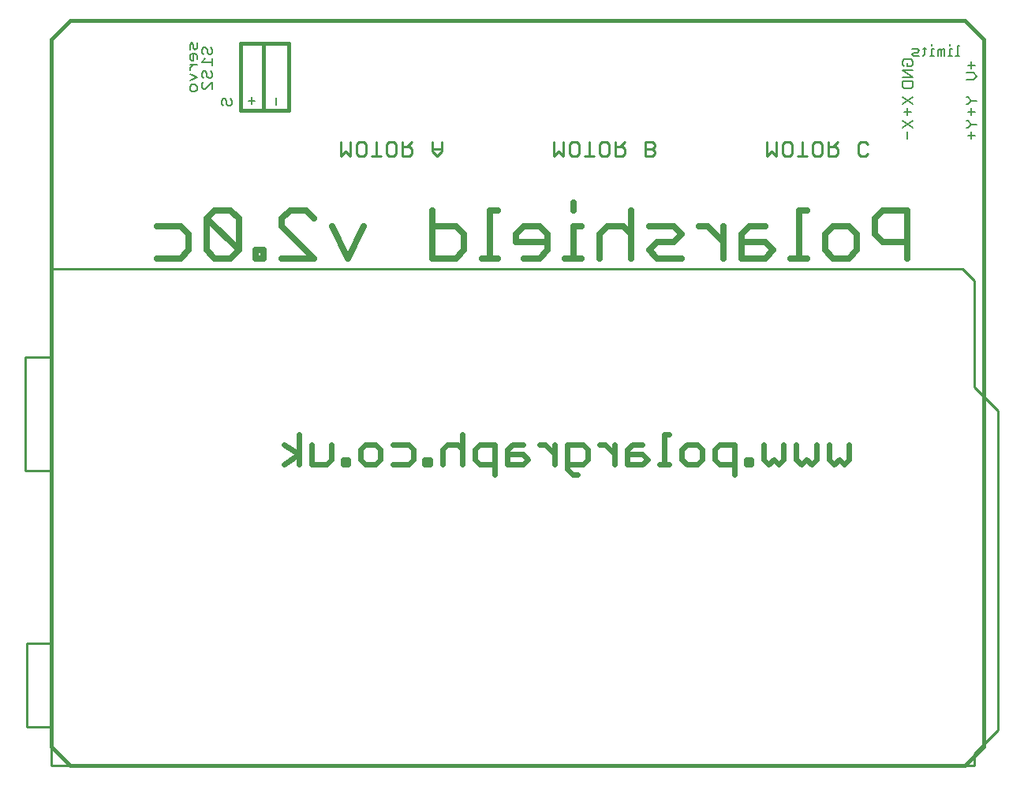
<source format=gbo>
G75*
%MOIN*%
%OFA0B0*%
%FSLAX24Y24*%
%IPPOS*%
%LPD*%
%AMOC8*
5,1,8,0,0,1.08239X$1,22.5*
%
%ADD10C,0.0160*%
%ADD11C,0.0280*%
%ADD12C,0.0230*%
%ADD13C,0.0060*%
%ADD14C,0.0100*%
D10*
X002180Y002467D02*
X002967Y001680D01*
X040763Y001680D01*
X041550Y002467D01*
X041550Y032389D01*
X040763Y033176D01*
X002967Y033176D01*
X002180Y032389D01*
X002180Y002467D01*
X010156Y029372D02*
X010156Y032224D01*
X011141Y032224D01*
X012186Y032224D01*
X012186Y029372D01*
X011141Y029372D01*
X010156Y029372D01*
X011141Y029372D02*
X011141Y032224D01*
D11*
X012249Y025146D02*
X012923Y025146D01*
X013260Y024809D01*
X014030Y024473D02*
X014704Y023125D01*
X015378Y024473D01*
X013260Y023125D02*
X011913Y024473D01*
X011913Y024809D01*
X012249Y025146D01*
X011143Y023462D02*
X010806Y023462D01*
X010806Y023125D01*
X011143Y023125D01*
X011143Y023462D01*
X011913Y023125D02*
X013260Y023125D01*
X010084Y023462D02*
X009747Y023125D01*
X009073Y023125D01*
X008736Y023462D01*
X008736Y024809D01*
X010084Y023462D01*
X010084Y024809D01*
X009747Y025146D01*
X009073Y025146D01*
X008736Y024809D01*
X007966Y024136D02*
X007966Y023462D01*
X007629Y023125D01*
X006618Y023125D01*
X007629Y024473D02*
X007966Y024136D01*
X007629Y024473D02*
X006618Y024473D01*
X018266Y024473D02*
X019277Y024473D01*
X019614Y024136D01*
X019614Y023462D01*
X019277Y023125D01*
X018266Y023125D01*
X018266Y025146D01*
X020689Y025146D02*
X020689Y023125D01*
X021026Y023125D02*
X020352Y023125D01*
X021796Y023799D02*
X021796Y024136D01*
X022133Y024473D01*
X022807Y024473D01*
X023143Y024136D01*
X023143Y023462D01*
X022807Y023125D01*
X022133Y023125D01*
X021796Y023799D02*
X023143Y023799D01*
X023881Y023125D02*
X024555Y023125D01*
X024218Y023125D02*
X024218Y024473D01*
X024555Y024473D01*
X024218Y025146D02*
X024218Y025483D01*
X025325Y024136D02*
X025662Y024473D01*
X026336Y024473D01*
X026673Y024136D01*
X027443Y024473D02*
X028454Y024473D01*
X028791Y024136D01*
X028454Y023799D01*
X027780Y023799D01*
X027443Y023462D01*
X027780Y023125D01*
X028791Y023125D01*
X029545Y024473D02*
X029882Y024473D01*
X030556Y023799D01*
X031326Y023799D02*
X032337Y023799D01*
X032674Y023462D01*
X032337Y023125D01*
X031326Y023125D01*
X031326Y024136D01*
X031663Y024473D01*
X032337Y024473D01*
X033749Y025146D02*
X033749Y023125D01*
X034085Y023125D02*
X033412Y023125D01*
X034855Y023462D02*
X034855Y024136D01*
X035192Y024473D01*
X035866Y024473D01*
X036203Y024136D01*
X036203Y023462D01*
X035866Y023125D01*
X035192Y023125D01*
X034855Y023462D01*
X034085Y025146D02*
X033749Y025146D01*
X030556Y024473D02*
X030556Y023125D01*
X026673Y023125D02*
X026673Y025146D01*
X025325Y024136D02*
X025325Y023125D01*
X021026Y025146D02*
X020689Y025146D01*
X036973Y024809D02*
X036973Y024136D01*
X037310Y023799D01*
X038321Y023799D01*
X038321Y023125D02*
X038321Y025146D01*
X037310Y025146D01*
X036973Y024809D01*
D12*
X028280Y015680D02*
X028068Y015680D01*
X028068Y014409D01*
X028280Y014409D02*
X027856Y014409D01*
X027359Y014621D02*
X027147Y014833D01*
X026511Y014833D01*
X026511Y015045D02*
X026511Y014409D01*
X027147Y014409D01*
X027359Y014621D01*
X027147Y015257D02*
X026723Y015257D01*
X026511Y015045D01*
X025978Y015257D02*
X025978Y014409D01*
X025978Y014833D02*
X025554Y015257D01*
X025342Y015257D01*
X024827Y015045D02*
X024827Y014621D01*
X024615Y014409D01*
X023979Y014409D01*
X023979Y014197D02*
X023979Y015257D01*
X024615Y015257D01*
X024827Y015045D01*
X023979Y014197D02*
X024191Y013985D01*
X024403Y013985D01*
X023445Y014409D02*
X023445Y015257D01*
X023022Y015257D02*
X023445Y014833D01*
X023022Y015257D02*
X022810Y015257D01*
X022083Y015257D02*
X021659Y015257D01*
X021447Y015045D01*
X021447Y014409D01*
X022083Y014409D01*
X022294Y014621D01*
X022083Y014833D01*
X021447Y014833D01*
X020913Y015257D02*
X020278Y015257D01*
X020066Y015045D01*
X020066Y014621D01*
X020278Y014409D01*
X020913Y014409D01*
X020913Y013985D02*
X020913Y015257D01*
X019532Y015045D02*
X019320Y015257D01*
X018897Y015257D01*
X018685Y015045D01*
X018685Y014409D01*
X018151Y014409D02*
X017939Y014409D01*
X017939Y014621D01*
X018151Y014621D01*
X018151Y014409D01*
X017460Y014621D02*
X017248Y014409D01*
X016613Y014409D01*
X016079Y014621D02*
X016079Y015045D01*
X015867Y015257D01*
X015444Y015257D01*
X015232Y015045D01*
X015232Y014621D01*
X015444Y014409D01*
X015867Y014409D01*
X016079Y014621D01*
X016613Y015257D02*
X017248Y015257D01*
X017460Y015045D01*
X017460Y014621D01*
X019532Y014409D02*
X019532Y015680D01*
X014698Y014621D02*
X014698Y014409D01*
X014486Y014409D01*
X014486Y014621D01*
X014698Y014621D01*
X014007Y014621D02*
X013795Y014409D01*
X013160Y014409D01*
X013160Y015257D01*
X012626Y015680D02*
X012626Y014409D01*
X012626Y014833D02*
X011991Y014409D01*
X012626Y014833D02*
X011991Y015257D01*
X014007Y015257D02*
X014007Y014621D01*
X028813Y014621D02*
X029025Y014409D01*
X029449Y014409D01*
X029661Y014621D01*
X029661Y015045D01*
X029449Y015257D01*
X029025Y015257D01*
X028813Y015045D01*
X028813Y014621D01*
X030195Y014621D02*
X030406Y014409D01*
X031042Y014409D01*
X031042Y013985D02*
X031042Y015257D01*
X030406Y015257D01*
X030195Y015045D01*
X030195Y014621D01*
X031521Y014621D02*
X031521Y014409D01*
X031732Y014409D01*
X031732Y014621D01*
X031521Y014621D01*
X032266Y014621D02*
X032266Y015257D01*
X032266Y014621D02*
X032478Y014409D01*
X032690Y014621D01*
X032902Y014409D01*
X033114Y014621D01*
X033114Y015257D01*
X033647Y015257D02*
X033647Y014621D01*
X033859Y014409D01*
X034071Y014621D01*
X034283Y014409D01*
X034495Y014621D01*
X034495Y015257D01*
X035029Y015257D02*
X035029Y014621D01*
X035240Y014409D01*
X035452Y014621D01*
X035664Y014409D01*
X035876Y014621D01*
X035876Y015257D01*
D13*
X038345Y028174D02*
X038345Y028467D01*
X038125Y028634D02*
X038565Y028928D01*
X038565Y028634D02*
X038125Y028928D01*
X038345Y029174D02*
X038345Y029467D01*
X038198Y029320D02*
X038492Y029320D01*
X038565Y029634D02*
X038125Y029928D01*
X038125Y029634D02*
X038565Y029928D01*
X038492Y030313D02*
X038198Y030313D01*
X038125Y030387D01*
X038125Y030607D01*
X038565Y030607D01*
X038565Y030387D01*
X038492Y030313D01*
X038565Y030774D02*
X038125Y030774D01*
X038125Y031067D02*
X038565Y030774D01*
X038565Y031067D02*
X038125Y031067D01*
X038198Y031234D02*
X038125Y031307D01*
X038125Y031454D01*
X038198Y031528D01*
X038492Y031528D01*
X038565Y031454D01*
X038565Y031307D01*
X038492Y031234D01*
X038345Y031234D01*
X038345Y031381D01*
X038614Y031675D02*
X038541Y031749D01*
X038614Y031822D01*
X038761Y031822D01*
X038834Y031896D01*
X038761Y031969D01*
X038541Y031969D01*
X038614Y031675D02*
X038834Y031675D01*
X038994Y031675D02*
X039068Y031749D01*
X039068Y032042D01*
X039141Y031969D02*
X038994Y031969D01*
X039375Y031969D02*
X039375Y031675D01*
X039448Y031675D02*
X039301Y031675D01*
X039375Y031969D02*
X039448Y031969D01*
X039375Y032116D02*
X039375Y032189D01*
X039615Y031896D02*
X039615Y031675D01*
X039762Y031675D02*
X039762Y031896D01*
X039688Y031969D01*
X039615Y031896D01*
X039762Y031896D02*
X039835Y031969D01*
X039909Y031969D01*
X039909Y031675D01*
X040069Y031675D02*
X040216Y031675D01*
X040142Y031675D02*
X040142Y031969D01*
X040216Y031969D01*
X040142Y032116D02*
X040142Y032189D01*
X040449Y032116D02*
X040449Y031675D01*
X040522Y031675D02*
X040376Y031675D01*
X040449Y032116D02*
X040522Y032116D01*
X041045Y031428D02*
X041045Y031134D01*
X041119Y030967D02*
X040825Y030967D01*
X040825Y030674D02*
X041119Y030674D01*
X041265Y030820D01*
X041119Y030967D01*
X041192Y031281D02*
X040898Y031281D01*
X040898Y029928D02*
X041045Y029781D01*
X041265Y029781D01*
X041045Y029781D02*
X040898Y029634D01*
X040825Y029634D01*
X041045Y029467D02*
X041045Y029174D01*
X040898Y029320D02*
X041192Y029320D01*
X040898Y028928D02*
X041045Y028781D01*
X041265Y028781D01*
X041045Y028781D02*
X040898Y028634D01*
X040825Y028634D01*
X041045Y028467D02*
X041045Y028174D01*
X040898Y028320D02*
X041192Y028320D01*
X040898Y028928D02*
X040825Y028928D01*
X040825Y029928D02*
X040898Y029928D01*
X011669Y029906D02*
X011669Y029613D01*
X010780Y029791D02*
X010486Y029791D01*
X010633Y029938D02*
X010633Y029644D01*
X009789Y029644D02*
X009789Y029791D01*
X009716Y029864D01*
X009569Y029791D02*
X009569Y029644D01*
X009642Y029571D01*
X009716Y029571D01*
X009789Y029644D01*
X009569Y029791D02*
X009495Y029864D01*
X009422Y029864D01*
X009349Y029791D01*
X009349Y029644D01*
X009422Y029571D01*
X008965Y030274D02*
X008965Y030567D01*
X008672Y030274D01*
X008598Y030274D01*
X008525Y030347D01*
X008525Y030494D01*
X008598Y030567D01*
X008598Y030734D02*
X008525Y030807D01*
X008525Y030954D01*
X008598Y031028D01*
X008672Y031028D01*
X008745Y030954D01*
X008745Y030807D01*
X008819Y030734D01*
X008892Y030734D01*
X008965Y030807D01*
X008965Y030954D01*
X008892Y031028D01*
X008970Y031274D02*
X008970Y031567D01*
X008970Y031420D02*
X008530Y031420D01*
X008677Y031567D01*
X008603Y031734D02*
X008530Y031807D01*
X008530Y031954D01*
X008603Y032028D01*
X008677Y032028D01*
X008750Y031954D01*
X008750Y031807D01*
X008824Y031734D01*
X008897Y031734D01*
X008970Y031807D01*
X008970Y031954D01*
X008897Y032028D01*
X008315Y032007D02*
X008242Y031934D01*
X008169Y032007D01*
X008169Y032154D01*
X008095Y032228D01*
X008022Y032154D01*
X008022Y031934D01*
X008095Y031767D02*
X008022Y031694D01*
X008022Y031547D01*
X008095Y031474D01*
X008169Y031474D01*
X008169Y031767D01*
X008242Y031767D02*
X008095Y031767D01*
X008242Y031767D02*
X008315Y031694D01*
X008315Y031547D01*
X008315Y031307D02*
X008022Y031307D01*
X008169Y031307D02*
X008022Y031160D01*
X008022Y031087D01*
X008022Y030923D02*
X008315Y030776D01*
X008022Y030630D01*
X008095Y030463D02*
X008022Y030389D01*
X008022Y030243D01*
X008095Y030169D01*
X008242Y030169D01*
X008315Y030243D01*
X008315Y030389D01*
X008242Y030463D01*
X008095Y030463D01*
X008315Y032007D02*
X008315Y032228D01*
D14*
X002180Y001680D02*
X041180Y001680D01*
X041180Y002180D01*
X042180Y003180D01*
X042180Y016680D01*
X041180Y017680D01*
X041180Y022180D01*
X040680Y022680D01*
X002180Y022680D01*
X002180Y018940D01*
X001078Y018940D01*
X001078Y014137D01*
X002180Y014137D01*
X002180Y001680D01*
X002141Y003310D02*
X001125Y003310D01*
X001125Y006853D01*
X002141Y006853D01*
X002180Y014137D02*
X002180Y018940D01*
X014410Y027452D02*
X014610Y027652D01*
X014810Y027452D01*
X014810Y028053D01*
X015054Y027953D02*
X015054Y027552D01*
X015154Y027452D01*
X015354Y027452D01*
X015454Y027552D01*
X015454Y027953D01*
X015354Y028053D01*
X015154Y028053D01*
X015054Y027953D01*
X014410Y028053D02*
X014410Y027452D01*
X015699Y027452D02*
X016099Y027452D01*
X015899Y027452D02*
X015899Y028053D01*
X016343Y027953D02*
X016343Y027552D01*
X016443Y027452D01*
X016643Y027452D01*
X016744Y027552D01*
X016744Y027953D01*
X016643Y028053D01*
X016443Y028053D01*
X016343Y027953D01*
X016988Y028053D02*
X016988Y027452D01*
X017288Y027452D01*
X017388Y027552D01*
X017388Y027753D01*
X017288Y027853D01*
X016988Y027853D01*
X017188Y027853D02*
X017388Y028053D01*
X018277Y028053D02*
X018277Y027652D01*
X018477Y027452D01*
X018677Y027652D01*
X018677Y028053D01*
X018677Y027753D02*
X018277Y027753D01*
X023410Y028053D02*
X023410Y027452D01*
X023610Y027652D01*
X023810Y027452D01*
X023810Y028053D01*
X024054Y027953D02*
X024154Y028053D01*
X024354Y028053D01*
X024454Y027953D01*
X024454Y027552D01*
X024354Y027452D01*
X024154Y027452D01*
X024054Y027552D01*
X024054Y027953D01*
X024699Y027452D02*
X025099Y027452D01*
X024899Y027452D02*
X024899Y028053D01*
X025343Y027953D02*
X025343Y027552D01*
X025443Y027452D01*
X025643Y027452D01*
X025744Y027552D01*
X025744Y027953D01*
X025643Y028053D01*
X025443Y028053D01*
X025343Y027953D01*
X025988Y028053D02*
X025988Y027452D01*
X026288Y027452D01*
X026388Y027552D01*
X026388Y027753D01*
X026288Y027853D01*
X025988Y027853D01*
X026188Y027853D02*
X026388Y028053D01*
X027277Y028053D02*
X027277Y027452D01*
X027577Y027452D01*
X027677Y027552D01*
X027677Y027652D01*
X027577Y027753D01*
X027277Y027753D01*
X027277Y028053D02*
X027577Y028053D01*
X027677Y027953D01*
X027677Y027853D01*
X027577Y027753D01*
X032410Y028053D02*
X032410Y027452D01*
X032610Y027652D01*
X032810Y027452D01*
X032810Y028053D01*
X033054Y027953D02*
X033054Y027552D01*
X033154Y027452D01*
X033354Y027452D01*
X033454Y027552D01*
X033454Y027953D01*
X033354Y028053D01*
X033154Y028053D01*
X033054Y027953D01*
X033699Y027452D02*
X034099Y027452D01*
X033899Y027452D02*
X033899Y028053D01*
X034343Y027953D02*
X034343Y027552D01*
X034443Y027452D01*
X034643Y027452D01*
X034744Y027552D01*
X034744Y027953D01*
X034643Y028053D01*
X034443Y028053D01*
X034343Y027953D01*
X034988Y028053D02*
X034988Y027452D01*
X035288Y027452D01*
X035388Y027552D01*
X035388Y027753D01*
X035288Y027853D01*
X034988Y027853D01*
X035188Y027853D02*
X035388Y028053D01*
X036277Y027953D02*
X036277Y027552D01*
X036377Y027452D01*
X036577Y027452D01*
X036677Y027552D01*
X036677Y027953D02*
X036577Y028053D01*
X036377Y028053D01*
X036277Y027953D01*
M02*

</source>
